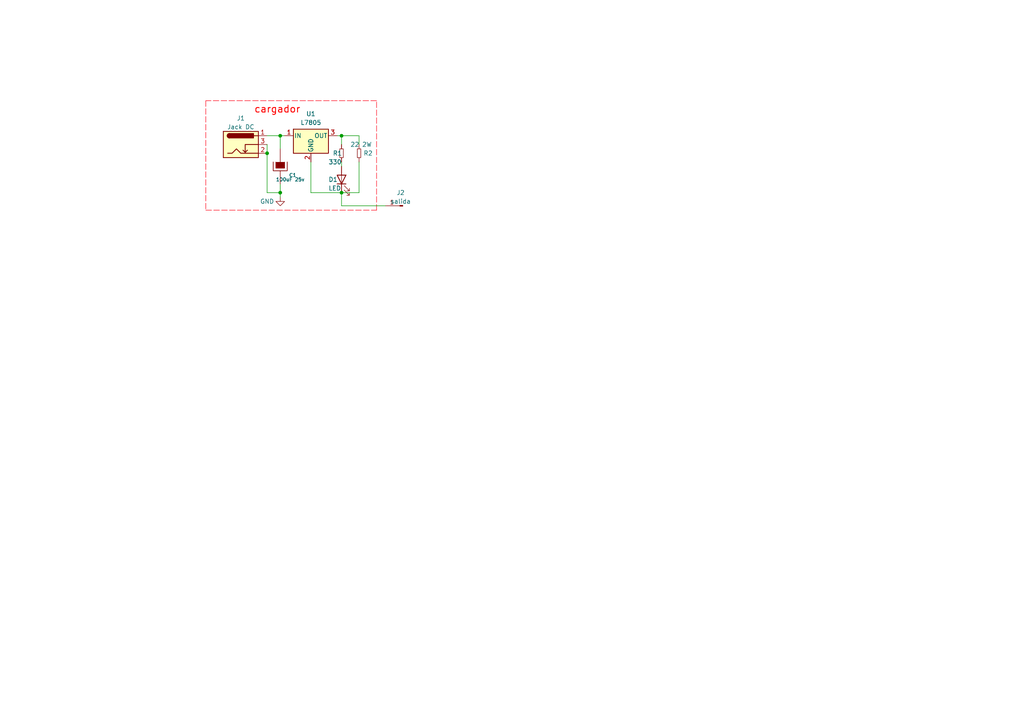
<source format=kicad_sch>
(kicad_sch (version 20230121) (generator eeschema)
  (paper "A4")
  (lib_symbols
    (symbol "Connector:Barrel_Jack_Switch" (pin_names hide)
      (property "Reference" "J" (at 0 5.334 0))
      (property "Value" "Barrel_Jack_Switch" (at 0 -5.08 0))
      (symbol "Barrel_Jack_Switch_0_1"
        (rectangle (start -5.08 3.81) (end 5.08 -3.81) (stroke (width 0.254)) (fill (type background)))
        (arc (start -3.302 3.175) (mid -3.9343 2.54) (end -3.302 1.905) (stroke (width 0.254)))
        (arc (start -3.302 3.175) (mid -3.9343 2.54) (end -3.302 1.905) (stroke (width 0.254)) (fill (type outline)))
        (polyline (pts (xy 1.27 -2.286) (xy 1.905 -1.651)) (stroke (width 0.254)))
        (polyline (pts (xy 5.08 2.54) (xy 3.81 2.54)) (stroke (width 0.254)))
        (polyline (pts (xy 5.08 0) (xy 1.27 0) (xy 1.27 -2.286) (xy 0.635 -1.651)) (stroke (width 0.254)))
        (polyline (pts (xy -3.81 -2.54) (xy -2.54 -2.54) (xy -1.27 -1.27) (xy 0 -2.54) (xy 2.54 -2.54) (xy 5.08 -2.54)) (stroke (width 0.254)))
        (rectangle (start 3.683 3.175) (end -3.302 1.905) (stroke (width 0.254)) (fill (type outline)))
      )
      (symbol "Barrel_Jack_Switch_1_1"
        (pin passive line (at 7.62 2.54 180) (length 2.54) (name "~") (number "1"))
        (pin passive line (at 7.62 -2.54 180) (length 2.54) (name "~") (number "2"))
        (pin passive line (at 7.62 0 180) (length 2.54) (name "~") (number "3"))
      )
    )
    (symbol "Connector:Conn_01x01_Pin" (pin_names (offset 1.016) hide)
      (property "Reference" "J" (at 0 2.54 0))
      (property "Value" "Conn_01x01_Pin" (at 0 -2.54 0))
      (symbol "Conn_01x01_Pin_1_1"
        (polyline (pts (xy 1.27 0) (xy 0.8636 0)) (stroke (width 0.1524)))
        (rectangle (start 0.8636 0.127) (end 0 -0.127) (stroke (width 0.1524)) (fill (type outline)))
        (pin passive line (at 5.08 0 180) (length 3.81) (name "Pin_1") (number "1"))
      )
    )
    (symbol "Device:LED" (pin_numbers hide) (pin_names (offset 1.016) hide)
      (property "Reference" "D" (at 0 2.54 0))
      (property "Value" "LED" (at 0 -2.54 0))
      (symbol "LED_0_1"
        (polyline (pts (xy -1.27 -1.27) (xy -1.27 1.27)) (stroke (width 0.254)))
        (polyline (pts (xy -1.27 0) (xy 1.27 0)))
        (polyline (pts (xy 1.27 -1.27) (xy 1.27 1.27) (xy -1.27 0) (xy 1.27 -1.27)) (stroke (width 0.254)))
        (polyline (pts (xy -3.048 -0.762) (xy -4.572 -2.286) (xy -3.81 -2.286) (xy -4.572 -2.286) (xy -4.572 -1.524)))
        (polyline (pts (xy -1.778 -0.762) (xy -3.302 -2.286) (xy -2.54 -2.286) (xy -3.302 -2.286) (xy -3.302 -1.524)))
      )
      (symbol "LED_1_1"
        (pin passive line (at -3.81 0 0) (length 2.54) (name "K") (number "1"))
        (pin passive line (at 3.81 0 180) (length 2.54) (name "A") (number "2"))
      )
    )
    (symbol "EESTN5:CAPAPOL" (pin_numbers hide) (pin_names (offset 0.254) hide)
      (property "Reference" "C" (at 1.27 2.54 0))
      (property "Value" "CAPAPOL" (at 1.27 -2.54 0))
      (symbol "CAPAPOL_0_1"
        (polyline (pts (xy -2.032 1.27) (xy -2.032 -1.27) (xy 2.032 -1.27) (xy 2.032 1.27)) (stroke (width 0.2032)))
        (polyline (pts (xy -1.27 1.27) (xy -1.27 -0.508) (xy 1.27 -0.508) (xy 1.27 1.27)) (fill (type outline)))
      )
      (symbol "CAPAPOL_1_1"
        (pin passive line (at 0 5.08 270) (length 3.81) (name "~") (number "1"))
        (pin passive line (at 0 -5.08 90) (length 3.81) (name "~") (number "2"))
      )
    )
    (symbol "EESTN5:R" (pin_numbers hide) (pin_names (offset 0))
      (property "Reference" "R" (at -1.27 0 90))
      (property "Value" "R" (at 1.27 0 90))
      (symbol "R_0_1"
        (rectangle (start 0.508 1.27) (end -0.508 -1.27))
      )
      (symbol "R_1_1"
        (pin passive line (at 0 2.54 270) (length 1.27) (name "~") (number "1"))
        (pin passive line (at 0 -2.54 90) (length 1.27) (name "~") (number "2"))
      )
    )
    (symbol "GND_1" (power) (pin_names (offset 0))
      (property "Value" "GND_1" (at 0 -3.81 0))
      (symbol "GND_1_0_1"
        (polyline (pts (xy 0 0) (xy 0 -1.27) (xy 1.27 -1.27) (xy 0 -2.54) (xy -1.27 -1.27) (xy 0 -1.27)))
      )
      (symbol "GND_1_1_1"
        (pin power_in line (at 0 0 270) (length 0) hide (name "GND") (number "1"))
      )
    )
    (symbol "Regulator_Linear:L7805" (pin_names (offset 0.254))
      (property "Reference" "U" (at -3.81 3.175 0))
      (property "Value" "L7805" (at 0 3.175 0))
      (symbol "L7805_0_1"
        (rectangle (start -5.08 1.905) (end 5.08 -5.08) (stroke (width 0.254)) (fill (type background)))
      )
      (symbol "L7805_1_1"
        (pin power_in line (at -7.62 0 0) (length 2.54) (name "IN") (number "1"))
        (pin power_in line (at 0 -7.62 90) (length 2.54) (name "GND") (number "2"))
        (pin power_out line (at 7.62 0 180) (length 2.54) (name "OUT") (number "3"))
      )
    )
  )
  (junction (at 77.47 44.45))
  (junction (at 99.06 39.37))
  (junction (at 99.06 55.88))
  (junction (at 81.28 39.37))
  (junction (at 81.28 55.88))
  (wire (pts (xy 99.06 39.37) (xy 99.06 41.91)))
  (wire (pts (xy 97.79 39.37) (xy 99.06 39.37)))
  (wire (pts (xy 81.28 53.34) (xy 81.28 55.88)))
  (wire (pts (xy 82.55 39.37) (xy 81.28 39.37)))
  (wire (pts (xy 111.76 59.69) (xy 99.06 59.69)))
  (wire (pts (xy 77.47 39.37) (xy 81.28 39.37)))
  (wire (pts (xy 77.47 41.91) (xy 77.47 44.45)))
  (wire (pts (xy 90.17 55.88) (xy 90.17 46.99)))
  (wire (pts (xy 81.28 55.88) (xy 81.28 57.15)))
  (wire (pts (xy 99.06 59.69) (xy 99.06 55.88)))
  (wire (pts (xy 104.14 39.37) (xy 99.06 39.37)))
  (polyline (pts (xy 59.69 29.21) (xy 59.69 60.96)) (stroke (width 0) (type dash) (color 255 11 30 1)))
  (wire (pts (xy 104.14 41.91) (xy 104.14 39.37)))
  (wire (pts (xy 81.28 39.37) (xy 81.28 43.18)))
  (wire (pts (xy 99.06 55.88) (xy 90.17 55.88)))
  (polyline (pts (xy 59.69 60.96) (xy 109.22 60.96)) (stroke (width 0) (type dash) (color 255 11 30 1)))
  (wire (pts (xy 104.14 55.88) (xy 99.06 55.88)))
  (wire (pts (xy 77.47 55.88) (xy 81.28 55.88)))
  (wire (pts (xy 77.47 44.45) (xy 77.47 55.88)))
  (polyline (pts (xy 109.22 60.96) (xy 109.22 29.21)) (stroke (width 0) (type dash) (color 255 11 30 1)))
  (wire (pts (xy 104.14 46.99) (xy 104.14 55.88)))
  (wire (pts (xy 99.06 46.99) (xy 99.06 48.26)))
  (polyline (pts (xy 109.22 29.21) (xy 59.69 29.21)) (stroke (width 0) (type dash) (color 255 11 30 1)))
  (text "cargador" (at 73.66 33.02 0) (effects (font (size 2 2) (thickness 0.254) bold) (justify left bottom)))
  (symbol (lib_id "EESTN5:R") (at 104.14 44.45 0) (unit 1)
    (property "Reference" "R2" (at 105.41 44.45 0) (effects (justify left)))
    (property "Value" "22 2W" (at 101.6 41.91 0) (effects (justify left)))
    (property "Footprint" "EESTN5:RES0.3" (effects hide))
  )
  (symbol (lib_id "EESTN5:R") (at 99.06 44.45 0) (unit 1)
    (property "Reference" "R1" (at 96.52 44.45 0) (effects (justify left)))
    (property "Value" "330" (at 95.25 46.99 0) (effects (justify left)))
    (property "Footprint" "EESTN5:RES0.3" (effects hide))
  )
  (symbol (lib_id "Regulator_Linear:L7805") (at 90.17 39.37 0) (unit 1)
    (property "Reference" "U1" (at 90.17 33.02 0))
    (property "Value" "L7805" (at 90.17 35.56 0))
    (property "Footprint" "EESTN5:TO-220" (effects hide))
    (property "Datasheet" "http://www.st.com/content/ccc/resource/technical/document/datasheet/41/4f/b3/b0/12/d4/47/88/CD00000444.pdf/files/CD00000444.pdf/jcr:content/translations/en.CD00000444.pdf" (effects hide))
  )
  (symbol (lib_id "EESTN5:CAPAPOL") (at 81.28 48.26 0) (unit 1)
    (property "Reference" "C1" (at 83.82 50.8 0) (effects (font (size 1.016 1.016)) (justify left)))
    (property "Value" "100uF 25v" (at 80.01 52.07 0) (effects (font (size 1.016 1.016)) (justify left)))
    (property "Footprint" "EESTN5:CAP_ELEC_5x11mm" (effects hide))
  )
  (symbol (lib_id "Connector:Barrel_Jack_Switch") (at 69.85 41.91 0) (unit 1)
    (property "Reference" "J1" (at 69.85 34.29 0))
    (property "Value" "Jack DC" (at 69.85 36.83 0))
    (property "Footprint" "Connector_BarrelJack:BarrelJack_Kycon_KLDX-0202-xC_Horizontal" (effects hide))
  )
  (symbol (lib_id "Device:LED") (at 99.06 52.07 90) (unit 1)
    (property "Reference" "D1" (at 95.25 52.07 90) (effects (justify right)))
    (property "Value" "LED" (at 95.25 54.61 90) (effects (justify right)))
    (property "Footprint" "EESTN5:Pin_strip_2" (effects hide))
  )
  (symbol (lib_id "Connector:Conn_01x01_Pin") (at 116.84 59.69 180) (unit 1)
    (property "Reference" "J2" (at 116.205 55.88 0))
    (property "Value" "salida" (at 116.205 58.42 0))
    (property "Footprint" "EESTN5:hole_1mm" (effects hide))
  )
  (symbol (lib_name "GND_1") (lib_id "power:GND") (at 81.28 57.15 0) (unit 1)
    (property "Reference" "#PWR01" (effects hide))
    (property "Value" "GND" (at 77.47 58.42 0))
  )
)
</source>
